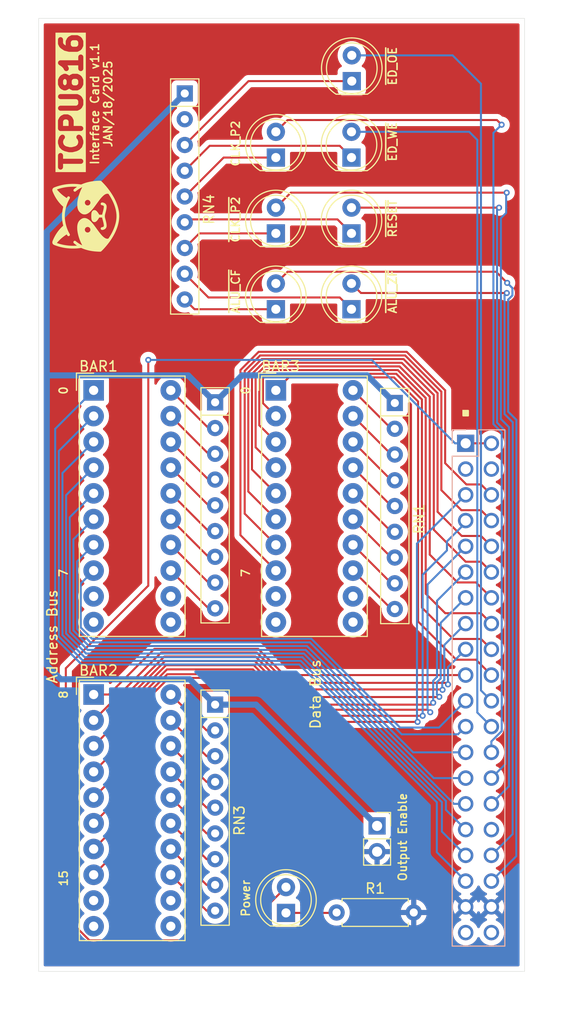
<source format=kicad_pcb>
(kicad_pcb (version 20240108) (generator "pcbnew") (generator_version "8.0")
  (layers (0 "F.Cu" jumper "Front") (31 "B.Cu" signal "Back") (34 "B.Paste" user) (35 "F.Paste" user) (36 "B.SilkS" user "B.Silkscreen") (37 "F.SilkS" user "F.Silkscreen") (38 "B.Mask" user) (39 "F.Mask" user) (44 "Edge.Cuts" user))
  (net 0 "")
  (net 1 "Net-(RN2-R4)")
  (net 3 "/A3")
  (net 4 "/A1")
  (net 5 "/A7")
  (net 6 "Net-(RN2-R8)")
  (net 7 "/A2")
  (net 9 "/A5")
  (net 10 "/A6")
  (net 11 "Net-(RN2-R1)")
  (net 13 "Net-(RN2-R7)")
  (net 14 "Net-(RN2-R6)")
  (net 16 "/A0")
  (net 17 "Net-(RN2-R5)")
  (net 18 "Net-(RN2-R2)")
  (net 19 "/A4")
  (net 20 "Net-(RN2-R3)")
  (net 22 "/A11")
  (net 23 "Net-(RN3-R1)")
  (net 24 "Net-(RN3-R2)")
  (net 25 "/A14")
  (net 26 "/A10")
  (net 27 "Net-(RN3-R3)")
  (net 30 "Net-(RN3-R8)")
  (net 31 "/A8")
  (net 32 "Net-(RN3-R5)")
  (net 33 "Net-(RN3-R4)")
  (net 34 "/A15")
  (net 35 "/A9")
  (net 36 "Net-(RN3-R6)")
  (net 37 "/A13")
  (net 39 "Net-(RN3-R7)")
  (net 40 "/A12")
  (net 41 "Net-(RN1-R5)")
  (net 42 "/D3")
  (net 44 "/D7")
  (net 45 "Net-(RN1-R7)")
  (net 48 "/D6")
  (net 49 "Net-(RN1-R3)")
  (net 50 "Net-(RN1-R8)")
  (net 51 "/D2")
  (net 52 "/D5")
  (net 53 "/D0")
  (net 54 "/D1")
  (net 55 "Net-(RN1-R2)")
  (net 56 "Net-(RN1-R6)")
  (net 57 "Net-(RN1-R1)")
  (net 58 "Net-(RN1-R4)")
  (net 59 "/D4")
  (net 61 "Net-(D1-A)")
  (net 62 "GND")
  (net 63 "Net-(D2-A)")
  (net 64 "Net-(D3-A)")
  (net 65 "Net-(D4-A)")
  (net 66 "Net-(D5-A)")
  (net 67 "Net-(D6-A)")
  (net 68 "Net-(D7-A)")
  (net 73 "+5V")
  (net 75 "Net-(D1-K)")
  (net 76 "Net-(D2-K)")
  (net 77 "Net-(D3-K)")
  (net 78 "Net-(D4-K)")
  (net 79 "Net-(D5-K)")
  (net 80 "Net-(D6-K)")
  (net 81 "Net-(D7-K)")
  (net 83 "GND_HEADER")
  (net 84 "Net-(D8-K)")
  (footprint "LED_THT:LED_D5.0mm" (layer "F.Cu") (at 167.47 78 90)
    (property "Reference" "D2" (hide yes))
    (property "Value" "LED")
  )
  (footprint "LED_THT:LED_D5.0mm" (layer "F.Cu") (at 160 78 90)
    (property "Reference" "D1" (hide yes))
    (property "Value" "LED")
  )
  (footprint "LED_THT:LED_D5.0mm" (layer "F.Cu") (at 160 63.04 90)
    (property "Reference" "D5" (hide yes))
    (property "Value" "LED")
  )
  (footprint "Display:HDSP-4830" (layer "F.Cu") (at 142 116)
    (property "Reference" "BAR2")
    (property "Value" "HDSP-4830_2")
  )
  (footprint "LED_THT:LED_D5.0mm" (layer "F.Cu") (at 161 137.54 90)
    (property "Reference" "D8" (hide yes))
    (property "Value" "LED")
  )
  (footprint "LOGO" (layer "F.Cu") (at 141.225 68.825 90)
    (property "Reference" "G***" (hide yes))
    (property "Value" "LOGO" (hide yes))
  )
  (footprint "Resistor_THT:R_Axial_DIN0207_L6.3mm_D2.5mm_P7.62mm_Horizontal" (layer "F.Cu") (at 166 137.5)
    (property "Reference" "R1")
    (property "Value" "R")
  )
  (footprint "LED_THT:LED_D5.0mm" (layer "F.Cu") (at 167.5 55.5 90)
    (property "Reference" "D7" (hide yes))
    (property "Value" "LED")
  )
  (footprint "Resistor_THT:R_Array_SIP9" (layer "F.Cu") (at 151 56.72 -90)
    (property "Reference" "RN4")
    (property "Value" "R_Network08")
  )
  (footprint "LED_THT:LED_D5.0mm" (layer "F.Cu") (at 160 70.52 90)
    (property "Reference" "D3" (hide yes))
    (property "Value" "LED")
  )
  (footprint "Resistor_THT:R_Array_SIP9" (layer "F.Cu") (at 154 117 -90)
    (property "Reference" "RN3")
    (property "Value" "R_Network08")
  )
  (footprint "Resistor_THT:R_Array_SIP9" (layer "F.Cu") (at 171.75 87.25 -90)
    (property "Reference" "RN1")
    (property "Value" "R_Network08")
  )
  (footprint "Resistor_THT:R_Array_SIP9" (layer "F.Cu") (at 154 87.18 -90)
    (property "Reference" "RN2" (hide yes))
    (property "Value" "R_Network08")
  )
  (footprint "LED_THT:LED_D5.0mm" (layer "F.Cu") (at 167.47 70.52 90)
    (property "Reference" "D4" (hide yes))
    (property "Value" "LED")
  )
  (footprint "Connector_PinSocket_2.54mm:PinSocket_1x02_P2.54mm_Vertical" (layer "F.Cu") (at 170 128.96)
    (property "Reference" "J2" (hide yes))
    (property "Value" "Conn_01x02_Pin")
  )
  (footprint "LED_THT:LED_D5.0mm" (layer "F.Cu") (at 167.47 63.04 90)
    (property "Reference" "D6" (hide yes))
    (property "Value" "LED")
  )
  (footprint "Display:HDSP-4830" (layer "F.Cu") (at 142 86)
    (property "Reference" "BAR1")
    (property "Value" "HDSP-4830_2")
  )
  (footprint "Display:HDSP-4830" (layer "F.Cu") (at 160 86)
    (property "Reference" "BAR3")
    (property "Value" "HDSP-4830_2")
  )
  (footprint "Connector_PinSocket_2.54mm:PinSocket_2x20_P2.54mm_Vertical" (layer "B.Cu") (at 180.02 91.224 180)
    (property "Reference" "J1" (hide yes))
    (property "Value" "Conn_02x20_Counter_Clockwise" (hide yes))
  )
  (gr_rect (start 178.5 88) (end 179 88.5) (stroke (width 0.1524)) (fill solid) (layer "F.SilkS"))
  (gr_rect (start 136.57 49.31) (end 184.57 143.31) (stroke (width 0.0381)) (fill none) (layer "Edge.Cuts"))
  (gr_text "~{ED_WE}" (at 172 63.5 90) (layer "F.SilkS") (effects (font (size 0.8128 0.8128) (thickness 0.1524) (bold yes)) (justify left bottom)))
  (gr_text "~{ALU_ZF}" (at 172 78.5 90) (layer "F.SilkS") (effects (font (size 0.8128 0.8128) (thickness 0.1524) (bold yes)) (justify left bottom)))
  (gr_text "15" (at 139.5 135 90) (layer "F.SilkS") (effects (font (size 0.8128 0.8128) (thickness 0.1524) (bold yes)) (justify left bottom)))
  (gr_text "Interface Card v1.1\nJAN/18/2025" (at 143.9 57.75 90) (layer "F.SilkS") (effects (font (size 0.8128 0.8128) (thickness 0.1524) (bold yes)) (justify bottom)))
  (gr_text "~{ED_OE}" (at 172 56 90) (layer "F.SilkS") (effects (font (size 0.8128 0.8128) (thickness 0.1524) (bold yes)) (justify left bottom)))
  (gr_text "TCPU816" (at 141 64.5 90) (layer "F.SilkS" knockout) (effects (font (size 2 2) (thickness 0.5) (bold yes)) (justify left bottom)))
  (gr_text "~{ALU_CF}" (at 156.5 78.5 90) (layer "F.SilkS") (effects (font (size 0.8128 0.8128) (thickness 0.1524) (bold yes)) (justify left bottom)))
  (gr_text "Power" (at 157.5 138 90) (layer "F.SilkS") (effects (font (size 0.8128 0.8128) (thickness 0.1524) (bold yes)) (justify left bottom)))
  (gr_text "~{RESET}" (at 172 71 90) (layer "F.SilkS") (effects (font (size 0.8128 0.8128) (thickness 0.1524) (bold yes)) (justify left bottom)))
  (gr_text "Data Bus" (at 164.5 119.5 90) (layer "F.SilkS") (effects (font (size 1 1) (thickness 0.1524) (bold yes)) (justify left bottom)))
  (gr_text "7" (at 157.5 104.5 90) (layer "F.SilkS") (effects (font (size 0.8128 0.8128) (thickness 0.1524) (bold yes)) (justify left bottom)))
  (gr_text "7" (at 139.5 104.5 90) (layer "F.SilkS") (effects (font (size 0.8128 0.8128) (thickness 0.1524) (bold yes)) (justify left bottom)))
  (gr_text "0" (at 139.5 86.5 90) (layer "F.SilkS") (effects (font (size 0.8128 0.8128) (thickness 0.1524) (bold yes)) (justify left bottom)))
  (gr_text "8" (at 139.5 116.5 90) (layer "F.SilkS") (effects (font (size 0.8128 0.8128) (thickness 0.1524) (bold yes)) (justify left bottom)))
  (gr_text "CLK_P2" (at 156.5 64 90) (layer "F.SilkS") (effects (font (size 0.8128 0.8128) (thickness 0.1524) (bold yes)) (justify left bottom)))
  (gr_text "Address Bus" (at 138.5 115 90) (layer "F.SilkS") (effects (font (size 1 1) (thickness 0.1524) (bold yes)) (justify left bottom)))
  (gr_text "Output Enable" (at 173 134.5 90) (layer "F.SilkS") (effects (font (size 0.8128 0.8128) (thickness 0.1524) (bold yes)) (justify left bottom)))
  (gr_text "0" (at 157.5 86.5 90) (layer "F.SilkS") (effects (font (size 0.8128 0.8128) (thickness 0.1524) (bold yes)) (justify left bottom)))
  (gr_text "~{CLK_P2}" (at 156.5 71.5 90) (layer "F.SilkS") (effects (font (size 0.8128 0.8128) (thickness 0.1524) (bold yes)) (justify left bottom)))
  (segment (start 149.62 93.62) (end 153.34 97.34) (width 0.2) (layer "F.Cu") (net 1))
  (segment (start 153.34 97.34) (end 154 97.34) (width 0.2) (layer "F.Cu") (net 1))
  (segment (start 139.28 96.34) (end 142 93.62) (width 0.2) (layer "B.Cu") (net 3))
  (segment (start 139.28 109.981004) (end 139.28 96.34) (width 0.2) (layer "B.Cu") (net 3))
  (segment (start 177.593117 126.784) (end 162.769117 111.96) (width 0.2) (layer "B.Cu") (net 3))
  (segment (start 178.75 126.784) (end 177.593117 126.784) (width 0.2) (layer "B.Cu") (net 3))
  (segment (start 141.258996 111.96) (end 139.28 109.981004) (width 0.2) (layer "B.Cu") (net 3))
  (segment (start 162.769117 111.96) (end 141.258996 111.96) (width 0.2) (layer "B.Cu") (net 3))
  (segment (start 140.960763 112.68) (end 138.56 110.279237) (width 0.2) (layer "B.Cu") (net 4))
  (segment (start 138.56 91.98) (end 142 88.54) (width 0.2) (layer "B.Cu") (net 4))
  (segment (start 162.461769 112.68) (end 140.960763 112.68) (width 0.2) (layer "B.Cu") (net 4))
  (segment (start 176.4 126.618231) (end 162.461769 112.68) (width 0.2) (layer "B.Cu") (net 4))
  (segment (start 176.4 129.514) (end 176.4 126.618231) (width 0.2) (layer "B.Cu") (net 4))
  (segment (start 178.75 131.864) (end 176.4 129.514) (width 0.2) (layer "B.Cu") (net 4))
  (segment (start 138.56 110.279237) (end 138.56 91.98) (width 0.2) (layer "B.Cu") (net 4))
  (segment (start 178.75 116.624) (end 176.114 119.26) (width 0.2) (layer "B.Cu") (net 5))
  (segment (start 163.509116 110.5) (end 141.835463 110.5) (width 0.2) (layer "B.Cu") (net 5))
  (segment (start 141.835463 110.5) (end 140.724 109.388537) (width 0.2) (layer "B.Cu") (net 5))
  (segment (start 140.724 105.056) (end 142 103.78) (width 0.2) (layer "B.Cu") (net 5))
  (segment (start 172.269116 119.26) (end 163.509116 110.5) (width 0.2) (layer "B.Cu") (net 5))
  (segment (start 140.724 109.388537) (end 140.724 105.056) (width 0.2) (layer "B.Cu") (net 5))
  (segment (start 176.114 119.26) (end 172.269116 119.26) (width 0.2) (layer "B.Cu") (net 5))
  (segment (start 149.62 103.78) (end 153.34 107.5) (width 0.2) (layer "F.Cu") (net 6))
  (segment (start 153.34 107.5) (end 154 107.5) (width 0.2) (layer "F.Cu") (net 6))
  (segment (start 176.8 126.499999) (end 162.620001 112.32) (width 0.2) (layer "B.Cu") (net 7))
  (segment (start 138.92 94.16) (end 142 91.08) (width 0.2) (layer "B.Cu") (net 7))
  (segment (start 176.8 127.374) (end 176.8 126.499999) (width 0.2) (layer "B.Cu") (net 7))
  (segment (start 141.10988 112.32) (end 138.92 110.13012) (width 0.2) (layer "B.Cu") (net 7))
  (segment (start 138.92 110.13012) (end 138.92 94.16) (width 0.2) (layer "B.Cu") (net 7))
  (segment (start 162.620001 112.32) (end 141.10988 112.32) (width 0.2) (layer "B.Cu") (net 7))
  (segment (start 178.75 129.324) (end 176.8 127.374) (width 0.2) (layer "B.Cu") (net 7))
  (segment (start 178.75 121.704) (end 173.563116 121.704) (width 0.2) (layer "B.Cu") (net 9))
  (segment (start 140 100.7) (end 142 98.7) (width 0.2) (layer "B.Cu") (net 9))
  (segment (start 141.537229 111.22) (end 140 109.682771) (width 0.2) (layer "B.Cu") (net 9))
  (segment (start 140 109.682771) (end 140 100.7) (width 0.2) (layer "B.Cu") (net 9))
  (segment (start 163.079116 111.22) (end 141.537229 111.22) (width 0.2) (layer "B.Cu") (net 9))
  (segment (start 173.563116 121.704) (end 163.079116 111.22) (width 0.2) (layer "B.Cu") (net 9))
  (segment (start 140.364 102.876) (end 142 101.24) (width 0.2) (layer "B.Cu") (net 10))
  (segment (start 140.364 109.537654) (end 140.364 102.876) (width 0.2) (layer "B.Cu") (net 10))
  (segment (start 178.75 119.164) (end 177.988001 119.925999) (width 0.2) (layer "B.Cu") (net 10))
  (segment (start 163.36 110.86) (end 141.686346 110.86) (width 0.2) (layer "B.Cu") (net 10))
  (segment (start 172.425999 119.925999) (end 163.36 110.86) (width 0.2) (layer "B.Cu") (net 10))
  (segment (start 141.686346 110.86) (end 140.364 109.537654) (width 0.2) (layer "B.Cu") (net 10))
  (segment (start 177.988001 119.925999) (end 172.425999 119.925999) (width 0.2) (layer "B.Cu") (net 10))
  (segment (start 153.34 89.72) (end 154 89.72) (width 0.2) (layer "F.Cu") (net 11))
  (segment (start 149.62 86) (end 153.34 89.72) (width 0.2) (layer "F.Cu") (net 11))
  (segment (start 153.34 104.96) (end 154 104.96) (width 0.2) (layer "F.Cu") (net 13))
  (segment (start 149.62 101.24) (end 153.34 104.96) (width 0.2) (layer "F.Cu") (net 13))
  (segment (start 153.34 102.42) (end 154 102.42) (width 0.2) (layer "F.Cu") (net 14))
  (segment (start 149.62 98.7) (end 153.34 102.42) (width 0.2) (layer "F.Cu") (net 14))
  (segment (start 175.9 131.554) (end 175.9 126.627347) (width 0.2) (layer "B.Cu") (net 16))
  (segment (start 175.9 126.627347) (end 162.312653 113.04) (width 0.2) (layer "B.Cu") (net 16))
  (segment (start 140.811646 113.04) (end 138.2 110.428354) (width 0.2) (layer "B.Cu") (net 16))
  (segment (start 178.75 134.404) (end 175.9 131.554) (width 0.2) (layer "B.Cu") (net 16))
  (segment (start 138.2 110.428354) (end 138.2 89.8) (width 0.2) (layer "B.Cu") (net 16))
  (segment (start 138.2 89.8) (end 142 86) (width 0.2) (layer "B.Cu") (net 16))
  (segment (start 162.312653 113.04) (end 140.811646 113.04) (width 0.2) (layer "B.Cu") (net 16))
  (segment (start 153.34 99.88) (end 154 99.88) (width 0.2) (layer "F.Cu") (net 17))
  (segment (start 149.62 96.16) (end 153.34 99.88) (width 0.2) (layer "F.Cu") (net 17))
  (segment (start 153.34 92.26) (end 154 92.26) (width 0.2) (layer "F.Cu") (net 18))
  (segment (start 149.62 88.54) (end 153.34 92.26) (width 0.2) (layer "F.Cu") (net 18))
  (segment (start 175.594 124.244) (end 162.95 111.6) (width 0.2) (layer "B.Cu") (net 19))
  (segment (start 139.64 109.831887) (end 139.64 98.52) (width 0.2) (layer "B.Cu") (net 19))
  (segment (start 141.408113 111.6) (end 139.64 109.831887) (width 0.2) (layer "B.Cu") (net 19))
  (segment (start 178.75 124.244) (end 175.594 124.244) (width 0.2) (layer "B.Cu") (net 19))
  (segment (start 162.95 111.6) (end 141.408113 111.6) (width 0.2) (layer "B.Cu") (net 19))
  (segment (start 139.64 98.52) (end 142 96.16) (width 0.2) (layer "B.Cu") (net 19))
  (segment (start 153.34 94.8) (end 154 94.8) (width 0.2) (layer "F.Cu") (net 20))
  (segment (start 149.62 91.08) (end 153.34 94.8) (width 0.2) (layer "F.Cu") (net 20))
  (segment (start 161.47265 116.25) (end 157.92265 112.7) (width 0.2) (layer "F.Cu") (net 22))
  (segment (start 176.145231 116.22797) (end 176.123201 116.25) (width 0.2) (layer "F.Cu") (net 22))
  (segment (start 157.92265 112.7) (end 149.049999 112.7) (width 0.2) (layer "F.Cu") (net 22))
  (segment (start 144 121.62) (end 142 123.62) (width 0.2) (layer "F.Cu") (net 22))
  (segment (start 149.049999 112.7) (end 144.25 117.499999) (width 0.2) (layer "F.Cu") (net 22))
  (segment (start 144.25 117.499999) (end 144.25 117.5) (width 0.2) (layer "F.Cu") (net 22))
  (segment (start 144.25 117.5) (end 144 117.75) (width 0.2) (layer "F.Cu") (net 22))
  (segment (start 144 117.75) (end 144 121.62) (width 0.2) (layer "F.Cu") (net 22))
  (segment (start 176.123201 116.25) (end 161.47265 116.25) (width 0.2) (layer "F.Cu") (net 22))
  (via (at 176.145231 116.22797) (size 0.6) (drill 0.3) (layers "F.Cu" "B.Cu") (net 22))
  (segment (start 175.902597 114.796326) (end 176.28 114.418923) (width 0.2) (layer "B.Cu") (net 22))
  (segment (start 176.28 114.418923) (end 176.28 108.934) (width 0.2) (layer "B.Cu") (net 22))
  (segment (start 175.902597 115.985336) (end 175.902597 114.796326) (width 0.2) (layer "B.Cu") (net 22))
  (segment (start 176.145231 116.22797) (end 175.902597 115.985336) (width 0.2) (layer "B.Cu") (net 22))
  (segment (start 176.28 108.934) (end 178.75 106.464) (width 0.2) (layer "B.Cu") (net 22))
  (segment (start 153.16 119.54) (end 154 119.54) (width 0.2) (layer "F.Cu") (net 23))
  (segment (start 149.62 116) (end 153.16 119.54) (width 0.2) (layer "F.Cu") (net 23))
  (segment (start 153.16 122.08) (end 154 122.08) (width 0.2) (layer "F.Cu") (net 24))
  (segment (start 149.62 118.54) (end 153.16 122.08) (width 0.2) (layer "F.Cu") (net 24))
  (segment (start 142 131.24) (end 145.138674 128.101326) (width 0.2) (layer "F.Cu") (net 25))
  (segment (start 161.7953 118.1) (end 174.5 118.1) (width 0.2) (layer "F.Cu") (net 25))
  (segment (start 145.138674 128.101326) (end 145.1 128.062652) (width 0.2) (layer "F.Cu") (net 25))
  (segment (start 157.6953 114) (end 161.7953 118.1) (width 0.2) (layer "F.Cu") (net 25))
  (segment (start 145.1 118.177347) (end 149.277347 114) (width 0.2) (layer "F.Cu") (net 25))
  (segment (start 145.1 128.062652) (end 145.1 118.177347) (width 0.2) (layer "F.Cu") (net 25))
  (segment (start 149.277347 114) (end 157.6953 114) (width 0.2) (layer "F.Cu") (net 25))
  (via (at 174.5 118.1) (size 0.6) (drill 0.3) (layers "F.Cu" "B.Cu") (net 25))
  (segment (start 174.5 104.188673) (end 176.9 101.788673) (width 0.2) (layer "B.Cu") (net 25))
  (segment (start 176.9 100.9) (end 178.75 99.05) (width 0.2) (layer "B.Cu") (net 25))
  (segment (start 178.75 99.05) (end 178.75 98.844) (width 0.2) (layer "B.Cu") (net 25))
  (segment (start 174.5 118.1) (end 174.5 104.188673) (width 0.2) (layer "B.Cu") (net 25))
  (segment (start 176.9 101.788673) (end 176.9 100.9) (width 0.2) (layer "B.Cu") (net 25))
  (segment (start 176.462597 115.537403) (end 176.425194 115.5) (width 0.2) (layer "F.Cu") (net 26))
  (segment (start 176.425194 115.5) (end 161.231766 115.5) (width 0.2) (layer "F.Cu") (net 26))
  (segment (start 143.64 117.600883) (end 143.64 119.44) (width 0.2) (layer "F.Cu") (net 26))
  (segment (start 143.64 119.44) (end 142 121.08) (width 0.2) (layer "F.Cu") (net 26))
  (segment (start 161.231766 115.5) (end 157.981766 112.25) (width 0.2) (layer "F.Cu") (net 26))
  (segment (start 148.990883 112.25) (end 143.64 117.600883) (width 0.2) (layer "F.Cu") (net 26))
  (segment (start 157.981766 112.25) (end 148.990883 112.25) (width 0.2) (layer "F.Cu") (net 26))
  (via (at 176.462597 115.537403) (size 0.6) (drill 0.3) (layers "F.Cu" "B.Cu") (net 26))
  (segment (start 176.44 115.514806) (end 176.44 114.76804) (width 0.2) (layer "B.Cu") (net 26))
  (segment (start 176.44 114.76804) (end 176.64 114.56804) (width 0.2) (layer "B.Cu") (net 26))
  (segment (start 176.462597 115.537403) (end 176.44 115.514806) (width 0.2) (layer "B.Cu") (net 26))
  (segment (start 176.64 114.56804) (end 176.64 111.114) (width 0.2) (layer "B.Cu") (net 26))
  (segment (start 176.64 111.114) (end 178.75 109.004) (width 0.2) (layer "B.Cu") (net 26))
  (segment (start 149.62 121.08) (end 153.16 124.62) (width 0.2) (layer "F.Cu") (net 27))
  (segment (start 153.16 124.62) (end 154 124.62) (width 0.2) (layer "F.Cu") (net 27))
  (segment (start 149.62 133.78) (end 153.16 137.32) (width 0.2) (layer "F.Cu") (net 30))
  (segment (start 153.16 137.32) (end 154 137.32) (width 0.2) (layer "F.Cu") (net 30))
  (segment (start 148 111.5) (end 158.25 111.5) (width 0.2) (layer "F.Cu") (net 31))
  (segment (start 143.5 116) (end 148 111.5) (width 0.2) (layer "F.Cu") (net 31))
  (segment (start 160.834 114.084) (end 178.75 114.084) (width 0.2) (layer "F.Cu") (net 31))
  (segment (start 142 116) (end 143.5 116) (width 0.2) (layer "F.Cu") (net 31))
  (segment (start 158.25 111.5) (end 160.834 114.084) (width 0.2) (layer "F.Cu") (net 31))
  (segment (start 149.62 126.16) (end 153.16 129.7) (width 0.2) (layer "F.Cu") (net 32))
  (segment (start 153.16 129.7) (end 154 129.7) (width 0.2) (layer "F.Cu") (net 32))
  (segment (start 149.62 123.62) (end 153.16 127.16) (width 0.2) (layer "F.Cu") (net 33))
  (segment (start 153.16 127.16) (end 154 127.16) (width 0.2) (layer "F.Cu") (net 33))
  (segment (start 161.886184 118.7) (end 174 118.7) (width 0.2) (layer "F.Cu") (net 34))
  (segment (start 157.546184 114.36) (end 161.886184 118.7) (width 0.2) (layer "F.Cu") (net 34))
  (segment (start 145.498674 118.287789) (end 149.426463 114.36) (width 0.2) (layer "F.Cu") (net 34))
  (segment (start 142 133.78) (end 145.498674 130.281326) (width 0.2) (layer "F.Cu") (net 34))
  (segment (start 149.426463 114.36) (end 157.546184 114.36) (width 0.2) (layer "F.Cu") (net 34))
  (segment (start 145.498674 130.281326) (end 145.498674 118.538674) (width 0.2) (layer "F.Cu") (net 34))
  (segment (start 145.498674 118.538674) (end 145.498674 118.287789) (width 0.2) (layer "F.Cu") (net 34))
  (via (at 174 118.7) (size 0.6) (drill 0.3) (layers "F.Cu" "B.Cu") (net 34))
  (segment (start 173.94 118.64) (end 173.94 101.114) (width 0.2) (layer "B.Cu") (net 34))
  (segment (start 173.94 101.114) (end 178.75 96.304) (width 0.2) (layer "B.Cu") (net 34))
  (segment (start 174 118.7) (end 173.94 118.64) (width 0.2) (layer "B.Cu") (net 34))
  (segment (start 161.090883 114.85) (end 176.85 114.85) (width 0.2) (layer "F.Cu") (net 35))
  (segment (start 148.68 111.86) (end 158.100883 111.86) (width 0.2) (layer "F.Cu") (net 35))
  (segment (start 158.100883 111.86) (end 161.090883 114.85) (width 0.2) (layer "F.Cu") (net 35))
  (segment (start 142 118.54) (end 148.68 111.86) (width 0.2) (layer "F.Cu") (net 35))
  (segment (start 176.85 114.85) (end 177 115) (width 0.2) (layer "F.Cu") (net 35))
  (via (at 177 115) (size 0.6) (drill 0.3) (layers "F.Cu" "B.Cu") (net 35))
  (segment (start 177 113.294) (end 178.75 111.544) (width 0.2) (layer "B.Cu") (net 35))
  (segment (start 177 115) (end 177 113.294) (width 0.2) (layer "B.Cu") (net 35))
  (segment (start 153.16 132.24) (end 154 132.24) (width 0.2) (layer "F.Cu") (net 36))
  (segment (start 149.62 128.7) (end 153.16 132.24) (width 0.2) (layer "F.Cu") (net 36))
  (segment (start 142 128.7) (end 144.74 125.96) (width 0.2) (layer "F.Cu") (net 37))
  (segment (start 144.74 118.028231) (end 149.24544 113.522791) (width 0.2) (layer "F.Cu") (net 37))
  (segment (start 161.704416 117.5) (end 175 117.5) (width 0.2) (layer "F.Cu") (net 37))
  (segment (start 144.74 125.96) (end 144.74 118.028231) (width 0.2) (layer "F.Cu") (net 37))
  (segment (start 149.24544 113.522791) (end 157.727207 113.522791) (width 0.2) (layer "F.Cu") (net 37))
  (segment (start 175 117.5) (end 175.25 117.75) (width 0.2) (layer "F.Cu") (net 37))
  (segment (start 157.727207 113.522791) (end 161.704416 117.5) (width 0.2) (layer "F.Cu") (net 37))
  (via (at 175.25 117.75) (size 0.6) (drill 0.3) (layers "F.Cu" "B.Cu") (net 37))
  (segment (start 175.25 117.75) (end 174.982597 117.482597) (width 0.2) (layer "B.Cu") (net 37))
  (segment (start 174.982597 105.151403) (end 178.75 101.384) (width 0.2) (layer "B.Cu") (net 37))
  (segment (start 174.982597 117.482597) (end 174.982597 105.151403) (width 0.2) (layer "B.Cu") (net 37))
  (segment (start 149.62 131.24) (end 153.16 134.78) (width 0.2) (layer "F.Cu") (net 39))
  (segment (start 153.16 134.78) (end 154 134.78) (width 0.2) (layer "F.Cu") (net 39))
  (segment (start 144.36 117.899115) (end 144.36 123.8) (width 0.2) (layer "F.Cu") (net 40))
  (segment (start 157.823534 113.11) (end 149.149115 113.11) (width 0.2) (layer "F.Cu") (net 40))
  (segment (start 175.542597 116.81) (end 175.352597 117) (width 0.2) (layer "F.Cu") (net 40))
  (segment (start 157.823534 113.110001) (end 157.823534 113.11) (width 0.2) (layer "F.Cu") (net 40))
  (segment (start 149.149115 113.11) (end 144.36 117.899115) (width 0.2) (layer "F.Cu") (net 40))
  (segment (start 144.36 123.8) (end 142 126.16) (width 0.2) (layer "F.Cu") (net 40))
  (segment (start 161.713533 117) (end 157.823534 113.110001) (width 0.2) (layer "F.Cu") (net 40))
  (segment (start 175.352597 117) (end 161.713533 117) (width 0.2) (layer "F.Cu") (net 40))
  (via (at 175.542597 116.81) (size 0.6) (drill 0.3) (layers "F.Cu" "B.Cu") (net 40))
  (segment (start 175.542597 114.647209) (end 175.92 114.269806) (width 0.2) (layer "B.Cu") (net 40))
  (segment (start 175.92 114.269806) (end 175.92 106.754) (width 0.2) (layer "B.Cu") (net 40))
  (segment (start 175.542597 116.81) (end 175.542597 114.647209) (width 0.2) (layer "B.Cu") (net 40))
  (segment (start 175.92 106.754) (end 178.75 103.924) (width 0.2) (layer "B.Cu") (net 40))
  (segment (start 171.41 99.95) (end 171.75 99.95) (width 0.2) (layer "F.Cu") (net 41))
  (segment (start 167.62 96.16) (end 171.41 99.95) (width 0.2) (layer "F.Cu") (net 41))
  (segment (start 175.2 86.625) (end 172.215 83.64) (width 0.2) (layer "F.Cu") (net 42))
  (segment (start 179.772 104.946) (end 177.946 104.946) (width 0.2) (layer "F.Cu") (net 42))
  (segment (start 158 84.536463) (end 158 91.62) (width 0.2) (layer "F.Cu") (net 42))
  (segment (start 158.896463 83.64) (end 158 84.536463) (width 0.2) (layer "F.Cu") (net 42))
  (segment (start 181.29 106.464) (end 179.772 104.946) (width 0.2) (layer "F.Cu") (net 42))
  (segment (start 158 91.62) (end 160 93.62) (width 0.2) (layer "F.Cu") (net 42))
  (segment (start 177.946 104.946) (end 175.2 102.2) (width 0.2) (layer "F.Cu") (net 42))
  (segment (start 175.2 102.2) (end 175.2 86.625) (width 0.2) (layer "F.Cu") (net 42))
  (segment (start 172.215 83.64) (end 158.896463 83.64) (width 0.2) (layer "F.Cu") (net 42))
  (segment (start 176.725 93.184327) (end 176.725 86) (width 0.2) (layer "F.Cu") (net 44))
  (segment (start 172.925 82.2) (end 158.299999 82.2) (width 0.2) (layer "F.Cu") (net 44))
  (segment (start 181.29 96.304) (end 180.268 95.282) (width 0.2) (layer "F.Cu") (net 44))
  (segment (start 156.5 100.28) (end 160 103.78) (width 0.2) (layer "F.Cu") (net 44))
  (segment (start 158.299999 82.2) (end 156.5 83.999999) (width 0.2) (layer "F.Cu") (net 44))
  (segment (start 178.822673 95.282) (end 176.725 93.184327) (width 0.2) (layer "F.Cu") (net 44))
  (segment (start 156.5 83.999999) (end 156.5 100.28) (width 0.2) (layer "F.Cu") (net 44))
  (segment (start 180.268 95.282) (end 178.822673 95.282) (width 0.2) (layer "F.Cu") (net 44))
  (segment (start 176.725 86) (end 172.925 82.2) (width 0.2) (layer "F.Cu") (net 44))
  (segment (start 171.41 105.03) (end 171.75 105.03) (width 0.2) (layer "F.Cu") (net 45))
  (segment (start 167.62 101.24) (end 171.41 105.03) (width 0.2) (layer "F.Cu") (net 45))
  (segment (start 172.775884 82.56) (end 176.35 86.134116) (width 0.2) (layer "F.Cu") (net 48))
  (segment (start 176.35 86.134116) (end 176.35 95.845327) (width 0.2) (layer "F.Cu") (net 48))
  (segment (start 156.92 98.16) (end 156.92 84.089115) (width 0.2) (layer "F.Cu") (net 48))
  (segment (start 158.449115 82.56) (end 172.775884 82.56) (width 0.2) (layer "F.Cu") (net 48))
  (segment (start 176.35 95.845327) (end 178.326673 97.822) (width 0.2) (layer "F.Cu") (net 48))
  (segment (start 180.268 97.822) (end 181.29 98.844) (width 0.2) (layer "F.Cu") (net 48))
  (segment (start 156.92 84.089115) (end 158.449115 82.56) (width 0.2) (layer "F.Cu") (net 48))
  (segment (start 178.326673 97.822) (end 180.268 97.822) (width 0.2) (layer "F.Cu") (net 48))
  (segment (start 160 101.24) (end 156.92 98.16) (width 0.2) (layer "F.Cu") (net 48))
  (segment (start 167.62 91.08) (end 171.41 94.87) (width 0.2) (layer "F.Cu") (net 49))
  (segment (start 171.41 94.87) (end 171.75 94.87) (width 0.2) (layer "F.Cu") (net 49))
  (segment (start 171.41 107.57) (end 171.75 107.57) (width 0.2) (layer "F.Cu") (net 50))
  (segment (start 167.62 103.78) (end 171.41 107.57) (width 0.2) (layer "F.Cu") (net 50))
  (segment (start 160 91.08) (end 158.364 89.444) (width 0.2) (layer "F.Cu") (net 51))
  (segment (start 158.364 89.444) (end 158.364 84.681579) (width 0.2) (layer "F.Cu") (net 51))
  (segment (start 172.054 84.004) (end 174.8 86.75) (width 0.2) (layer "F.Cu") (net 51))
  (segment (start 158.364 84.681579) (end 159.041579 84.004) (width 0.2) (layer "F.Cu") (net 51))
  (segment (start 174.8 86.75) (end 174.8 106.05) (width 0.2) (layer "F.Cu") (net 51))
  (segment (start 174.8 106.05) (end 176.732 107.982) (width 0.2) (layer "F.Cu") (net 51))
  (segment (start 159.041579 84.004) (end 172.054 84.004) (width 0.2) (layer "F.Cu") (net 51))
  (segment (start 176.732 107.982) (end 180.268 107.982) (width 0.2) (layer "F.Cu") (net 51))
  (segment (start 180.268 107.982) (end 181.29 109.004) (width 0.2) (layer "F.Cu") (net 51))
  (segment (start 158.598231 82.92) (end 172.62 82.92) (width 0.2) (layer "F.Cu") (net 52))
  (segment (start 175.975 86.275) (end 175.975 97.975) (width 0.2) (layer "F.Cu") (net 52))
  (segment (start 180.268 100.362) (end 181.29 101.384) (width 0.2) (layer "F.Cu") (net 52))
  (segment (start 157.28 84.238231) (end 158.598231 82.92) (width 0.2) (layer "F.Cu") (net 52))
  (segment (start 178.362 100.362) (end 180.268 100.362) (width 0.2) (layer "F.Cu") (net 52))
  (segment (start 175.975 97.975) (end 178.362 100.362) (width 0.2) (layer "F.Cu") (net 52))
  (segment (start 160 98.7) (end 157.28 95.98) (width 0.2) (layer "F.Cu") (net 52))
  (segment (start 172.62 82.92) (end 175.975 86.275) (width 0.2) (layer "F.Cu") (net 52))
  (segment (start 157.28 95.98) (end 157.28 84.238231) (width 0.2) (layer "F.Cu") (net 52))
  (segment (start 160 86) (end 161.276 84.724) (width 0.2) (layer "F.Cu") (net 53))
  (segment (start 161.276 84.724) (end 171.674 84.724) (width 0.2) (layer "F.Cu") (net 53))
  (segment (start 177.816 112.566) (end 179.772 112.566) (width 0.2) (layer "F.Cu") (net 53))
  (segment (start 171.674 84.724) (end 174.05 87.1) (width 0.2) (layer "F.Cu") (net 53))
  (segment (start 174.05 87.1) (end 174.05 108.8) (width 0.2) (layer "F.Cu") (net 53))
  (segment (start 179.772 112.566) (end 181.29 114.084) (width 0.2) (layer "F.Cu") (net 53))
  (segment (start 174.05 108.8) (end 177.816 112.566) (width 0.2) (layer "F.Cu") (net 53))
  (segment (start 160 88.54) (end 158.724 87.264) (width 0.2) (layer "F.Cu") (net 54))
  (segment (start 171.889 84.364) (end 174.425 86.9) (width 0.2) (layer "F.Cu") (net 54))
  (segment (start 159.190695 84.364) (end 171.889 84.364) (width 0.2) (layer "F.Cu") (net 54))
  (segment (start 174.425 107.425) (end 177.522 110.522) (width 0.2) (layer "F.Cu") (net 54))
  (segment (start 158.724 87.264) (end 158.724 84.830695) (width 0.2) (layer "F.Cu") (net 54))
  (segment (start 177.522 110.522) (end 180.268 110.522) (width 0.2) (layer "F.Cu") (net 54))
  (segment (start 180.268 110.522) (end 181.29 111.544) (width 0.2) (layer "F.Cu") (net 54))
  (segment (start 158.724 84.830695) (end 159.190695 84.364) (width 0.2) (layer "F.Cu") (net 54))
  (segment (start 174.425 86.9) (end 174.425 107.425) (width 0.2) (layer "F.Cu") (net 54))
  (segment (start 171.41 92.33) (end 171.75 92.33) (width 0.2) (layer "F.Cu") (net 55))
  (segment (start 167.62 88.54) (end 171.41 92.33) (width 0.2) (layer "F.Cu") (net 55))
  (segment (start 167.62 98.7) (end 171.41 102.49) (width 0.2) (layer "F.Cu") (net 56))
  (segment (start 171.41 102.49) (end 171.75 102.49) (width 0.2) (layer "F.Cu") (net 56))
  (segment (start 167.62 86) (end 171.41 89.79) (width 0.2) (layer "F.Cu") (net 57))
  (segment (start 171.41 89.79) (end 171.75 89.79) (width 0.2) (layer "F.Cu") (net 57))
  (segment (start 167.62 93.62) (end 171.41 97.41) (width 0.2) (layer "F.Cu") (net 58))
  (segment (start 171.41 97.41) (end 171.75 97.41) (width 0.2) (layer "F.Cu") (net 58))
  (segment (start 175.6 86.45) (end 175.6 99.752) (width 0.2) (layer "F.Cu") (net 59))
  (segment (start 157.64 84.387347) (end 158.747347 83.28) (width 0.2) (layer "F.Cu") (net 59))
  (segment (start 178.75 102.902) (end 180.268 102.902) (width 0.2) (layer "F.Cu") (net 59))
  (segment (start 180.268 102.902) (end 181.29 103.924) (width 0.2) (layer "F.Cu") (net 59))
  (segment (start 160 96.16) (end 157.64 93.8) (width 0.2) (layer "F.Cu") (net 59))
  (segment (start 175.6 99.752) (end 178.75 102.902) (width 0.2) (layer "F.Cu") (net 59))
  (segment (start 158.747347 83.28) (end 172.43 83.28) (width 0.2) (layer "F.Cu") (net 59))
  (segment (start 157.64 93.8) (end 157.64 84.387347) (width 0.2) (layer "F.Cu") (net 59))
  (segment (start 172.43 83.28) (end 175.6 86.45) (width 0.2) (layer "F.Cu") (net 59))
  (segment (start 161.16 74.3) (end 160 75.46) (width 0.2) (layer "F.Cu") (net 61))
  (segment (start 182.85 75.4) (end 181.75 74.3) (width 0.2) (layer "F.Cu") (net 61))
  (segment (start 181.75 74.3) (end 161.16 74.3) (width 0.2) (layer "F.Cu") (net 61))
  (via (at 182.85 75.4) (size 0.6) (drill 0.3) (layers "F.Cu" "B.Cu") (net 61))
  (segment (start 183.37 76.63196) (end 183.37 75.92) (width 0.2) (layer "B.Cu") (net 61))
  (segment (start 183.37 75.92) (end 182.85 75.4) (width 0.2) (layer "B.Cu") (net 61))
  (segment (start 183.76 121.54) (end 183.76 88.91) (width 0.2) (layer "B.Cu") (net 61))
  (segment (start 182.95 77.05196) (end 183.37 76.63196) (width 0.2) (layer "B.Cu") (net 61))
  (segment (start 181.29 134.404) (end 183.75 131.944) (width 0.2) (layer "B.Cu") (net 61))
  (segment (start 183.76 88.91) (end 182.95 88.1) (width 0.2) (layer "B.Cu") (net 61))
  (segment (start 183.75 121.55) (end 183.76 121.54) (width 0.2) (layer "B.Cu") (net 61))
  (segment (start 183.75 131.944) (end 183.75 121.55) (width 0.2) (layer "B.Cu") (net 61))
  (segment (start 182.95 88.1) (end 182.95 77.05196) (width 0.2) (layer "B.Cu") (net 61))
  (segment (start 182.81 76.4) (end 168.41 76.4) (width 0.2) (layer "F.Cu") (net 63))
  (segment (start 168.41 76.4) (end 167.47 75.46) (width 0.2) (layer "F.Cu") (net 63))
  (via (at 182.81 76.4) (size 0.6) (drill 0.3) (layers "F.Cu" "B.Cu") (net 63))
  (segment (start 183.4 89.15) (end 183.4 119.990884) (width 0.2) (layer "B.Cu") (net 63))
  (segment (start 183.39 120.000883) (end 183.39 129.764) (width 0.2) (layer "B.Cu") (net 63))
  (segment (start 182.59 76.62) (end 182.59 88.34) (width 0.2) (layer "B.Cu") (net 63))
  (segment (start 182.59 88.34) (end 183.4 89.15) (width 0.2) (layer "B.Cu") (net 63))
  (segment (start 183.39 129.764) (end 181.29 131.864) (width 0.2) (layer "B.Cu") (net 63))
  (segment (start 182.81 76.4) (end 182.59 76.62) (width 0.2) (layer "B.Cu") (net 63))
  (segment (start 183.4 119.990884) (end 183.39 120.000883) (width 0.2) (layer "B.Cu") (net 63))
  (segment (start 161.48 66.5) (end 160 67.98) (width 0.2) (layer "F.Cu") (net 64))
  (segment (start 182.8 66.5) (end 161.48 66.5) (width 0.2) (layer "F.Cu") (net 64))
  (via (at 182.8 66.5) (size 0.6) (drill 0.3) (layers "F.Cu" "B.Cu") (net 64))
  (segment (start 183.032 89.632) (end 182.23 88.83) (width 0.2) (layer "B.Cu") (net 64))
  (segment (start 182.23 69.02) (end 182.75 68.5) (width 0.2) (layer "B.Cu") (net 64))
  (segment (start 182.75 68.5) (end 182.75 66.55) (width 0.2) (layer "B.Cu") (net 64))
  (segment (start 183.032 119.849767) (end 183.032 89.632) (width 0.2) (layer "B.Cu") (net 64))
  (segment (start 181.29 126.784) (end 183.03 125.044) (width 0.2) (layer "B.Cu") (net 64))
  (segment (start 182.23 88.83) (end 182.23 69.02) (width 0.2) (layer "B.Cu") (net 64))
  (segment (start 183.03 119.851766) (end 183.032 119.849767) (width 0.2) (layer "B.Cu") (net 64))
  (segment (start 183.03 125.044) (end 183.03 119.851766) (width 0.2) (layer "B.Cu") (net 64))
  (segment (start 182.75 66.55) (end 182.8 66.5) (width 0.2) (layer "B.Cu") (net 64))
  (segment (start 182.05 67.98) (end 167.47 67.98) (width 0.2) (layer "F.Cu") (net 65))
  (via (at 182.05 67.98) (size 0.6) (drill 0.3) (layers "F.Cu" "B.Cu") (net 65))
  (segment (start 181.85 68.18) (end 181.85 89.178) (width 0.2) (layer "B.Cu") (net 65))
  (segment (start 182.672 90) (end 182.672 119.70065) (width 0.2) (layer "B.Cu") (net 65))
  (segment (start 182.67 122.864) (end 181.29 124.244) (width 0.2) (layer "B.Cu") (net 65))
  (segment (start 182.67 119.702649) (end 182.67 122.864) (width 0.2) (layer "B.Cu") (net 65))
  (segment (start 182.05 67.98) (end 181.85 68.18) (width 0.2) (layer "B.Cu") (net 65))
  (segment (start 181.85 89.178) (end 182.672 90) (width 0.2) (layer "B.Cu") (net 65))
  (segment (start 182.672 119.70065) (end 182.67 119.702649) (width 0.2) (layer "B.Cu") (net 65))
  (segment (start 182.3 59.8) (end 181.84 59.34) (width 0.2) (layer "F.Cu") (net 66))
  (segment (start 161.16 59.34) (end 160 60.5) (width 0.2) (layer "F.Cu") (net 66))
  (segment (start 181.84 59.34) (end 161.16 59.34) (width 0.2) (layer "F.Cu") (net 66))
  (via (at 182.3 59.8) (size 0.6) (drill 0.3) (layers "F.Cu" "B.Cu") (net 66))
  (segment (start 181.29 121.704) (end 181.29 120.62637) (width 0.2) (layer "B.Cu") (net 66))
  (segment (start 181.49 89.327117) (end 181.49 60.61) (width 0.2) (layer "B.Cu") (net 66))
  (segment (start 181.29 120.62637) (end 182.312 119.60437) (width 0.2) (layer "B.Cu") (net 66))
  (segment (start 181.49 60.61) (end 182.3 59.8) (width 0.2) (layer "B.Cu") (net 66))
  (segment (start 182.312 119.60437) (end 182.312 90.149117) (width 0.2) (layer "B.Cu") (net 66))
  (segment (start 182.312 90.149117) (end 181.49 89.327117) (width 0.2) (layer "B.Cu") (net 66))
  (segment (start 181.29 119.164) (end 179.9 117.774) (width 0.2) (layer "B.Cu") (net 67))
  (segment (start 179.9 61.3) (end 179.1 60.5) (width 0.2) (layer "B.Cu") (net 67))
  (segment (start 179.9 117.774) (end 179.9 61.3) (width 0.2) (layer "B.Cu") (net 67))
  (segment (start 179.1 60.5) (end 167.47 60.5) (width 0.2) (layer "B.Cu") (net 67))
  (segment (start 181.29 116.624) (end 180.26 115.594) (width 0.2) (layer "B.Cu") (net 68))
  (segment (start 180.26 115.594) (end 180.26 55.76) (width 0.2) (layer "B.Cu") (net 68))
  (segment (start 177.46 52.96) (end 167.5 52.96) (width 0.2) (layer "B.Cu") (net 68))
  (segment (start 180.26 55.76) (end 177.46 52.96) (width 0.2) (layer "B.Cu") (net 68))
  (segment (start 139.25 137.914537) (end 141.585463 140.25) (width 0.2) (layer "F.Cu") (net 73))
  (segment (start 181.29 91.224) (end 178.75 91.224) (width 0.2) (layer "F.Cu") (net 73))
  (segment (start 139.25 113.414537) (end 139.25 137.914537) (width 0.2) (layer "F.Cu") (net 73))
  (segment (start 141.585463 140.25) (end 155.75 140.25) (width 0.2) (layer "F.Cu") (net 73))
  (segment (start 147.4 105.264537) (end 139.25 113.414537) (width 0.2) (layer "F.Cu") (net 73))
  (segment (start 147.4 83) (end 147.4 105.264537) (width 0.2) (layer "F.Cu") (net 73))
  (segment (start 155.75 140.25) (end 161 135) (width 0.2) (layer "F.Cu") (net 73))
  (via (at 147.4 83) (size 0.6) (drill 0.3) (layers "F.Cu" "B.Cu") (net 73))
  (segment (start 178.75 91.224) (end 177.7 91.224) (width 0.2) (layer "B.Cu") (net 73))
  (segment (start 169.476 83) (end 147.4 83) (width 0.2) (layer "B.Cu") (net 73))
  (segment (start 177.7 91.224) (end 169.476 83) (width 0.2) (layer "B.Cu") (net 73))
  (segment (start 160 78) (end 151.96 78) (width 0.2) (layer "F.Cu") (net 75))
  (segment (start 151.96 78) (end 151 77.04) (width 0.2) (layer "F.Cu") (net 75))
  (segment (start 166.31 76.84) (end 153.34 76.84) (width 0.2) (layer "F.Cu") (net 76))
  (segment (start 153.34 76.84) (end 151 74.5) (width 0.2) (layer "F.Cu") (net 76))
  (segment (start 167.47 78) (end 166.31 76.84) (width 0.2) (layer "F.Cu") (net 76))
  (segment (start 160 70.52) (end 152.44 70.52) (width 0.2) (layer "F.Cu") (net 77))
  (segment (start 152.44 70.52) (end 151 71.96) (width 0.2) (layer "F.Cu") (net 77))
  (segment (start 167.47 70.52) (end 166.09 69.14) (width 0.2) (layer "F.Cu") (net 78))
  (segment (start 166.09 69.14) (end 151.28 69.14) (width 0.2) (layer "F.Cu") (net 78))
  (segment (start 151.28 69.14) (end 151 69.42) (width 0.2) (layer "F.Cu") (net 78))
  (segment (start 160 63.04) (end 154.84 63.04) (width 0.2) (layer "F.Cu") (net 79))
  (segment (start 154.84 63.04) (end 151 66.88) (width 0.2) (layer "F.Cu") (net 79))
  (segment (start 166.31 61.88) (end 153.46 61.88) (width 0.2) (layer "F.Cu") (net 80))
  (segment (start 153.46 61.88) (end 151 64.34) (width 0.2) (layer "F.Cu") (net 80))
  (segment (start 167.47 63.04) (end 166.31 61.88) (width 0.2) (layer "F.Cu") (net 80))
  (segment (start 157.3 55.5) (end 167.5 55.5) (width 0.2) (layer "F.Cu") (net 81))
  (segment (start 151 61.8) (end 157.3 55.5) (width 0.2) (layer "F.Cu") (net 81))
  (segment (start 158.04 117) (end 170 128.96) (width 0.6) (layer "B.Cu") (net 83))
  (segment (start 154 117) (end 158.04 117) (width 0.6) (layer "B.Cu") (net 83))
  (segment (start 169.024 84.524) (end 171.75 87.25) (width 0.6) (layer "B.Cu") (net 83))
  (segment (start 137.37 88.15) (end 137.37 70.35) (width 0.6) (layer "B.Cu") (net 83))
  (segment (start 156.656 84.524) (end 169.024 84.524) (width 0.6) (layer "B.Cu") (net 83))
  (segment (start 154 87.18) (end 156.656 84.524) (width 0.6) (layer "B.Cu") (net 83))
  (segment (start 154 117) (end 151.5 114.5) (width 0.6) (layer "B.Cu") (net 83))
  (segment (start 137.37 84.524) (end 151.344 84.524) (width 0.6) (layer "B.Cu") (net 83))
  (segment (start 137.37 113.12) (end 137.37 88.15) (width 0.6) (layer "B.Cu") (net 83))
  (segment (start 137.37 88.15) (end 137.37 84.524) (width 0.6) (layer "B.Cu") (net 83))
  (segment (start 137.37 70.35) (end 151 56.72) (width 0.6) (layer "B.Cu") (net 83))
  (segment (start 138.75 114.5) (end 137.37 113.12) (width 0.6) (layer "B.Cu") (net 83))
  (segment (start 151.344 84.524) (end 154 87.18) (width 0.6) (layer "B.Cu") (net 83))
  (segment (start 151.5 114.5) (end 138.75 114.5) (width 0.6) (layer "B.Cu") (net 83))
  (segment (start 165.96 137.54) (end 166 137.5) (width 0.2) (layer "F.Cu") (net 84))
  (segment (start 161 137.54) (end 165.96 137.54) (width 0.2) (layer "F.Cu") (net 84))
  (zone (net 62) (net_name "GND") (layers "F&B.Cu") (connect_pads (clearance 0.5)) (min_thickness 0.25) (fill yes (thermal_gap 0.5) (thermal_bridge_width 0.5))
    (polygon (pts (xy 132.75 47.5) (xy 132.75 148.5) (xy 189.75 148.5) (xy 189.75 47.5)))
  )
)
</source>
